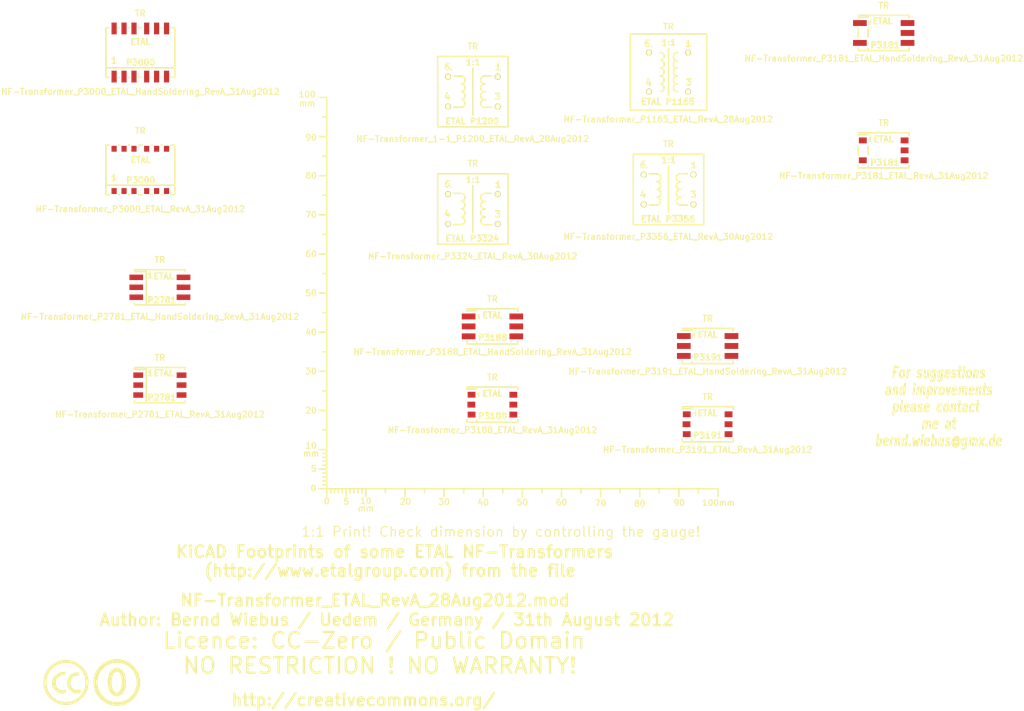
<source format=kicad_pcb>
(kicad_pcb (version 3) (host pcbnew "(2013-03-30 BZR 4007)-stable")
  (layers (15 Vorderseite signal) (0 Rückseite signal) (18 B.Paste user) (19 F.Paste user) (20 B.SilkS user) (21 F.SilkS user) (22 B.Mask user) (23 F.Mask user) (28 Edge.Cuts user))
  (net 0 "")
  (module Gauge_100mm_Type2_SilkScreenTop_RevA_Date22Jun2010 (layer Vorderseite) (at 102.6414 141.48054)
    (fp_text reference MSC hide)
    (fp_text value Gauge_100mm_Type2_SilkScreenTop_RevA_Date22Jun2010 hide)
    (fp_text user mm (at 9.99998 5.00126) (layer F.SilkS) (effects (font (size 1.524 1.524) (thickness 0.3048))))
    (fp_text user mm (at -4.0005 -8.99922) (layer F.SilkS) (effects (font (size 1.524 1.524) (thickness 0.3048))))
    (fp_text user mm (at -5.00126 -98.5012) (layer F.SilkS) (effects (font (size 1.524 1.524) (thickness 0.3048))))
    (fp_text user 10 (at 10.00506 3.0988) (layer F.SilkS) (effects (font (size 1.50114 1.50114) (thickness 0.29972))))
    (fp_text user 0 (at 0.00508 3.19786) (layer F.SilkS) (effects (font (size 1.39954 1.50114) (thickness 0.29972))))
    (fp_text user 5 (at 5.0038 3.29946) (layer F.SilkS) (effects (font (size 1.50114 1.50114) (thickness 0.29972))))
    (fp_text user 20 (at 20.1041 3.29946) (layer F.SilkS) (effects (font (size 1.50114 1.50114) (thickness 0.29972))))
    (fp_text user 30 (at 30.00502 3.39852) (layer F.SilkS) (effects (font (size 1.50114 1.50114) (thickness 0.29972))))
    (fp_text user 40 (at 40.005 3.50012) (layer F.SilkS) (effects (font (size 1.50114 1.50114) (thickness 0.29972))))
    (fp_text user 50 (at 50.00498 3.50012) (layer F.SilkS) (effects (font (size 1.50114 1.50114) (thickness 0.29972))))
    (fp_text user 60 (at 60.00496 3.50012) (layer F.SilkS) (effects (font (size 1.50114 1.50114) (thickness 0.29972))))
    (fp_text user 70 (at 70.00494 3.70078) (layer F.SilkS) (effects (font (size 1.50114 1.50114) (thickness 0.29972))))
    (fp_text user 80 (at 80.00492 3.79984) (layer F.SilkS) (effects (font (size 1.50114 1.50114) (thickness 0.29972))))
    (fp_text user 90 (at 90.1065 3.60172) (layer F.SilkS) (effects (font (size 1.50114 1.50114) (thickness 0.29972))))
    (fp_text user 100mm (at 100.10648 3.60172) (layer F.SilkS) (effects (font (size 1.50114 1.50114) (thickness 0.29972))))
    (fp_text user 100 (at -4.99872 -100.7491) (layer F.SilkS) (effects (font (size 1.50114 1.50114) (thickness 0.29972))))
    (fp_text user 90 (at -4.0005 -89.7509) (layer F.SilkS) (effects (font (size 1.50114 1.50114) (thickness 0.29972))))
    (fp_text user 80 (at -4.0005 -79.99984) (layer F.SilkS) (effects (font (size 1.50114 1.50114) (thickness 0.29972))))
    (fp_text user 70 (at -4.0005 -69.99986) (layer F.SilkS) (effects (font (size 1.50114 1.50114) (thickness 0.29972))))
    (fp_text user 60 (at -4.0005 -59.99988) (layer F.SilkS) (effects (font (size 1.50114 1.50114) (thickness 0.29972))))
    (fp_text user 50 (at -4.0005 -49.9999) (layer F.SilkS) (effects (font (size 1.50114 1.50114) (thickness 0.34036))))
    (fp_text user 40 (at -4.0005 -39.99992) (layer F.SilkS) (effects (font (size 1.50114 1.50114) (thickness 0.29972))))
    (fp_text user 30 (at -4.0005 -29.99994) (layer F.SilkS) (effects (font (size 1.50114 1.50114) (thickness 0.29972))))
    (fp_text user 20 (at -4.0005 -19.99996) (layer F.SilkS) (effects (font (size 1.50114 1.50114) (thickness 0.29972))))
    (fp_text user 5 (at -3.302 -5.10286) (layer F.SilkS) (effects (font (size 1.50114 1.50114) (thickness 0.29972))))
    (fp_text user 0 (at -3.4036 -0.10414) (layer F.SilkS) (effects (font (size 1.50114 1.50114) (thickness 0.29972))))
    (fp_text user 10 (at -4.0005 -11.00074) (layer F.SilkS) (effects (font (size 1.50114 1.50114) (thickness 0.29972))))
  )
  (module NF-Transformer_1-1_P1200_ETAL_RevA_28Aug2012 (layer Vorderseite) (at 139.99972 39.99992)
    (fp_text reference TR (at -0.01016 -11.6205) (layer F.SilkS) (effects (font (size 1.524 1.524) (thickness 0.3048))))
    (fp_text value NF-Transformer_1-1_P1200_ETAL_RevA_28Aug2012 (at -0.07112 12.05992) (layer F.SilkS) (effects (font (size 1.524 1.524) (thickness 0.3048))))
    (pad 6 thru_hole circle (at -6.35 -3.81) (size 1.524 1.524) (drill 0.8128) (layers *.Cu *.Mask F.SilkS))
    (pad 4 thru_hole circle (at -6.35 3.81) (size 1.524 1.524) (drill 0.8128) (layers *.Cu *.Mask F.SilkS))
    (pad 1 thru_hole circle (at 6.35 -3.81) (size 1.524 1.524) (drill 0.8128) (layers *.Cu *.Mask F.SilkS))
    (pad 3 thru_hole circle (at 6.35 3.81) (size 1.524 1.524) (drill 0.8128) (layers *.Cu *.Mask F.SilkS))
  )
  (module NF-Transformer_P1165_ETAL_RevA_28Aug2012 (layer Vorderseite) (at 189.99962 35.0012)
    (fp_text reference TR (at -0.01016 -11.6205) (layer F.SilkS) (effects (font (size 1.524 1.524) (thickness 0.3048))))
    (fp_text value NF-Transformer_P1165_ETAL_RevA_28Aug2012 (at -0.07112 12.05992) (layer F.SilkS) (effects (font (size 1.524 1.524) (thickness 0.3048))))
    (pad 6 thru_hole circle (at -5.00126 -5.00126) (size 1.524 1.524) (drill 0.8128) (layers *.Cu *.Mask F.SilkS))
    (pad 4 thru_hole circle (at -5.00126 5.00126) (size 1.524 1.524) (drill 0.8128) (layers *.Cu *.Mask F.SilkS))
    (pad 1 thru_hole circle (at 5.00126 -5.00126) (size 1.524 1.524) (drill 0.8128) (layers *.Cu *.Mask F.SilkS))
    (pad 3 thru_hole circle (at 5.00126 5.00126) (size 1.524 1.524) (drill 0.8128) (layers *.Cu *.Mask F.SilkS))
  )
  (module NF-Transformer_P3324_ETAL_RevA_30Aug2012 (layer Vorderseite) (at 139.99972 69.99986)
    (fp_text reference TR (at -0.01016 -11.6205) (layer F.SilkS) (effects (font (size 1.524 1.524) (thickness 0.3048))))
    (fp_text value NF-Transformer_P3324_ETAL_RevA_30Aug2012 (at -0.07112 12.05992) (layer F.SilkS) (effects (font (size 1.524 1.524) (thickness 0.3048))))
    (pad 6 thru_hole circle (at -6.35 -3.81) (size 1.524 1.524) (drill 0.8128) (layers *.Cu *.Mask F.SilkS))
    (pad 4 thru_hole circle (at -6.35 3.81) (size 1.524 1.524) (drill 0.8128) (layers *.Cu *.Mask F.SilkS))
    (pad 1 thru_hole circle (at 6.35 -3.81) (size 1.524 1.524) (drill 0.8128) (layers *.Cu *.Mask F.SilkS))
    (pad 3 thru_hole circle (at 6.35 3.81) (size 1.524 1.524) (drill 0.8128) (layers *.Cu *.Mask F.SilkS))
  )
  (module NF-Transformer_P3356_ETAL_RevA_30Aug2012 (layer Vorderseite) (at 189.99962 65.00114)
    (fp_text reference TR (at -0.01016 -11.6205) (layer F.SilkS) (effects (font (size 1.524 1.524) (thickness 0.3048))))
    (fp_text value NF-Transformer_P3356_ETAL_RevA_30Aug2012 (at -0.07112 12.05992) (layer F.SilkS) (effects (font (size 1.524 1.524) (thickness 0.3048))))
    (pad 6 thru_hole circle (at -6.35 -3.81) (size 1.524 1.524) (drill 0.8128) (layers *.Cu *.Mask F.SilkS))
    (pad 4 thru_hole circle (at -6.35 3.81) (size 1.524 1.524) (drill 0.8128) (layers *.Cu *.Mask F.SilkS))
    (pad 1 thru_hole circle (at 6.35 -3.81) (size 1.524 1.524) (drill 0.8128) (layers *.Cu *.Mask F.SilkS))
    (pad 3 thru_hole circle (at 6.35 3.81) (size 1.524 1.524) (drill 0.8128) (layers *.Cu *.Mask F.SilkS))
  )
  (module NF-Transformer_P2781_ETAL_HandSoldering_RevA_31Aug2012 (layer Vorderseite) (at 59.99988 89.99982)
    (fp_text reference TR (at 0 -7.00024) (layer F.SilkS) (effects (font (size 1.524 1.524) (thickness 0.3048))))
    (fp_text value NF-Transformer_P2781_ETAL_HandSoldering_RevA_31Aug2012 (at 0 7.50062) (layer F.SilkS) (effects (font (size 1.524 1.524) (thickness 0.3048))))
    (pad 1 smd rect (at -6.04012 -2.54) (size 3.50012 1.39954) (layers Vorderseite F.Paste F.Mask))
    (pad 2 smd rect (at -6.04012 0) (size 3.50012 1.39954) (layers Vorderseite F.Paste F.Mask))
    (pad 3 smd rect (at -6.04012 2.54) (size 3.50012 1.39954) (layers Vorderseite F.Paste F.Mask))
    (pad 4 smd rect (at 6.04012 2.54) (size 3.50012 1.39954) (layers Vorderseite F.Paste F.Mask))
    (pad 5 smd rect (at 6.04012 0) (size 3.50012 1.39954) (layers Vorderseite F.Paste F.Mask))
    (pad 6 smd rect (at 6.04012 -2.54) (size 3.50012 1.39954) (layers Vorderseite F.Paste F.Mask))
  )
  (module NF-Transformer_P2781_ETAL_RevA_31Aug2012 (layer Vorderseite) (at 59.99988 115.00104)
    (fp_text reference TR (at 0 -7.00024) (layer F.SilkS) (effects (font (size 1.524 1.524) (thickness 0.3048))))
    (fp_text value NF-Transformer_P2781_ETAL_RevA_31Aug2012 (at 0 7.50062) (layer F.SilkS) (effects (font (size 1.524 1.524) (thickness 0.3048))))
    (pad 1 smd rect (at -5.53974 -2.54) (size 2.49936 1.39954) (layers Vorderseite F.Paste F.Mask))
    (pad 2 smd rect (at -5.53974 0) (size 2.49936 1.39954) (layers Vorderseite F.Paste F.Mask))
    (pad 3 smd rect (at -5.53974 2.54) (size 2.49936 1.39954) (layers Vorderseite F.Paste F.Mask))
    (pad 4 smd rect (at 5.53974 2.54) (size 2.49936 1.39954) (layers Vorderseite F.Paste F.Mask))
    (pad 5 smd rect (at 5.53974 0) (size 2.5019 1.39954) (layers Vorderseite F.Paste F.Mask))
    (pad 6 smd rect (at 5.53974 -2.54) (size 2.49936 1.39954) (layers Vorderseite F.Paste F.Mask))
  )
  (module NF-Transformer_P3181_ETAL_HandSoldering_RevA_31Aug2012 (layer Vorderseite) (at 245.00078 25.00122)
    (fp_text reference TR (at 0 -7.00024) (layer F.SilkS) (effects (font (size 1.524 1.524) (thickness 0.3048))))
    (fp_text value NF-Transformer_P3181_ETAL_HandSoldering_RevA_31Aug2012 (at 0 6.49986) (layer F.SilkS) (effects (font (size 1.524 1.524) (thickness 0.3048))))
    (pad 1 smd rect (at -6.08838 -2.54) (size 3.50012 1.50114) (layers Vorderseite F.Paste F.Mask))
    (pad 2 smd rect (at -6.08838 2.54) (size 3.50012 1.50114) (layers Vorderseite F.Paste F.Mask))
    (pad 3 smd rect (at 6.08838 2.54) (size 3.50012 1.50114) (layers Vorderseite F.Paste F.Mask))
    (pad 4 smd rect (at 6.08838 0) (size 3.50012 1.50114) (layers Vorderseite F.Paste F.Mask))
    (pad 5 smd rect (at 6.08838 -2.54) (size 3.50012 1.50114) (layers Vorderseite F.Paste F.Mask))
  )
  (module NF-Transformer_P3181_ETAL_RevA_31Aug2012 (layer Vorderseite) (at 245.00078 55.00116)
    (fp_text reference TR (at 0 -7.00024) (layer F.SilkS) (effects (font (size 1.524 1.524) (thickness 0.3048))))
    (fp_text value NF-Transformer_P3181_ETAL_RevA_31Aug2012 (at 0 6.49986) (layer F.SilkS) (effects (font (size 1.524 1.524) (thickness 0.3048))))
    (pad 1 smd rect (at -5.33908 -2.54) (size 1.99898 1.50114) (layers Vorderseite F.Paste F.Mask))
    (pad 2 smd rect (at -5.33908 2.54) (size 1.99898 1.50114) (layers Vorderseite F.Paste F.Mask))
    (pad 3 smd rect (at 5.33908 2.54) (size 1.99898 1.50114) (layers Vorderseite F.Paste F.Mask))
    (pad 4 smd rect (at 5.33908 0) (size 1.99898 1.50114) (layers Vorderseite F.Paste F.Mask))
    (pad 5 smd rect (at 5.33908 -2.54) (size 1.99898 1.50114) (layers Vorderseite F.Paste F.Mask))
  )
  (module NF-Transformer_P3188_ETAL_HandSoldering_RevA_31Aug2012 (layer Vorderseite) (at 145.00098 99.9998)
    (fp_text reference TR (at 0 -7.00024) (layer F.SilkS) (effects (font (size 1.524 1.524) (thickness 0.3048))))
    (fp_text value NF-Transformer_P3188_ETAL_HandSoldering_RevA_31Aug2012 (at 0 6.49986) (layer F.SilkS) (effects (font (size 1.524 1.524) (thickness 0.3048))))
    (pad 1 smd rect (at -6.08838 -2.54) (size 3.50012 1.50114) (layers Vorderseite F.Paste F.Mask))
    (pad 2 smd rect (at -6.08838 2.54) (size 3.50012 1.50114) (layers Vorderseite F.Paste F.Mask))
    (pad 3 smd rect (at 6.08838 2.54) (size 3.50012 1.50114) (layers Vorderseite F.Paste F.Mask))
    (pad 4 smd rect (at 6.08838 0) (size 3.50012 1.50114) (layers Vorderseite F.Paste F.Mask))
    (pad 5 smd rect (at 6.08838 -2.54) (size 3.50012 1.50114) (layers Vorderseite F.Paste F.Mask))
    (pad 2 smd rect (at -6.08838 0) (size 3.50012 1.50114) (layers Vorderseite F.Paste F.Mask))
  )
  (module NF-Transformer_P3188_ETAL_RevA_31Aug2012 (layer Vorderseite) (at 145.00098 119.99976)
    (fp_text reference TR (at 0 -7.00024) (layer F.SilkS) (effects (font (size 1.524 1.524) (thickness 0.3048))))
    (fp_text value NF-Transformer_P3188_ETAL_RevA_31Aug2012 (at 0 6.49986) (layer F.SilkS) (effects (font (size 1.524 1.524) (thickness 0.3048))))
    (pad 1 smd rect (at -5.33908 -2.54) (size 1.99898 1.50114) (layers Vorderseite F.Paste F.Mask))
    (pad 2 smd rect (at -5.33908 2.54) (size 1.99898 1.50114) (layers Vorderseite F.Paste F.Mask))
    (pad 3 smd rect (at 5.33908 2.54) (size 1.99898 1.50114) (layers Vorderseite F.Paste F.Mask))
    (pad 4 smd rect (at 5.33908 0) (size 1.99898 1.50114) (layers Vorderseite F.Paste F.Mask))
    (pad 5 smd rect (at 5.33908 -2.54) (size 1.99898 1.50114) (layers Vorderseite F.Paste F.Mask))
    (pad 2 smd rect (at -5.40004 0) (size 1.99898 1.50114) (layers Vorderseite F.Paste F.Mask))
  )
  (module NF-Transformer_P3191_ETAL_HandSoldering_RevA_31Aug2012 (layer Vorderseite) (at 199.9996 105.00106)
    (fp_text reference TR (at 0 -7.00024) (layer F.SilkS) (effects (font (size 1.524 1.524) (thickness 0.3048))))
    (fp_text value NF-Transformer_P3191_ETAL_HandSoldering_RevA_31Aug2012 (at 0 6.49986) (layer F.SilkS) (effects (font (size 1.524 1.524) (thickness 0.3048))))
    (pad 1 smd rect (at -6.08838 -2.54) (size 3.50012 1.50114) (layers Vorderseite F.Paste F.Mask))
    (pad 2 smd rect (at -6.08838 2.54) (size 3.50012 1.50114) (layers Vorderseite F.Paste F.Mask))
    (pad 3 smd rect (at 6.08838 2.54) (size 3.50012 1.50114) (layers Vorderseite F.Paste F.Mask))
    (pad 4 smd rect (at 6.08838 0) (size 3.50012 1.50114) (layers Vorderseite F.Paste F.Mask))
    (pad 5 smd rect (at 6.08838 -2.54) (size 3.50012 1.50114) (layers Vorderseite F.Paste F.Mask))
    (pad 2 smd rect (at -6.08838 0) (size 3.50012 1.50114) (layers Vorderseite F.Paste F.Mask))
  )
  (module NF-Transformer_P3191_ETAL_RevA_31Aug2012 (layer Vorderseite) (at 199.9996 125.00102)
    (fp_text reference TR (at 0 -7.00024) (layer F.SilkS) (effects (font (size 1.524 1.524) (thickness 0.3048))))
    (fp_text value NF-Transformer_P3191_ETAL_RevA_31Aug2012 (at 0 6.49986) (layer F.SilkS) (effects (font (size 1.524 1.524) (thickness 0.3048))))
    (pad 1 smd rect (at -5.33908 -2.54) (size 1.99898 1.50114) (layers Vorderseite F.Paste F.Mask))
    (pad 2 smd rect (at -5.33908 2.54) (size 1.99898 1.50114) (layers Vorderseite F.Paste F.Mask))
    (pad 3 smd rect (at 5.33908 2.54) (size 1.99898 1.50114) (layers Vorderseite F.Paste F.Mask))
    (pad 4 smd rect (at 5.33908 0) (size 1.99898 1.50114) (layers Vorderseite F.Paste F.Mask))
    (pad 5 smd rect (at 5.33908 -2.54) (size 1.99898 1.50114) (layers Vorderseite F.Paste F.Mask))
    (pad 2 smd rect (at -5.40004 0) (size 1.99898 1.50114) (layers Vorderseite F.Paste F.Mask))
  )
  (module NF-Transformer_P3000_ETAL_HandSoldering_RevA_31Aug2012 (layer Vorderseite) (at 55.00116 29.99994)
    (fp_text reference TR (at 0 -9.99998) (layer F.SilkS) (effects (font (size 1.524 1.524) (thickness 0.3048))))
    (fp_text value NF-Transformer_P3000_ETAL_HandSoldering_RevA_31Aug2012 (at 0 9.99998) (layer F.SilkS) (effects (font (size 1.524 1.524) (thickness 0.3048))))
    (pad 3 smd rect (at -1.62052 6.14934) (size 1.3208 2.99974) (layers Vorderseite F.Paste F.Mask))
    (pad 2 smd rect (at -4.16052 6.14934) (size 1.3208 2.99974) (layers Vorderseite F.Paste F.Mask))
    (pad 1 smd rect (at -6.70052 6.14934) (size 1.3208 2.99974) (layers Vorderseite F.Paste F.Mask))
    (pad 4 smd rect (at 1.62052 6.14934) (size 1.3208 2.99974) (layers Vorderseite F.Paste F.Mask))
    (pad 5 smd rect (at 4.16052 6.14934) (size 1.3208 2.99974) (layers Vorderseite F.Paste F.Mask))
    (pad 6 smd rect (at 6.70052 6.14934) (size 1.3208 2.99974) (layers Vorderseite F.Paste F.Mask))
    (pad 7 smd rect (at 6.70052 -6.14934) (size 1.3208 2.99974) (layers Vorderseite F.Paste F.Mask))
    (pad 8 smd rect (at 4.16052 -6.14934) (size 1.3208 2.99974) (layers Vorderseite F.Paste F.Mask))
    (pad 9 smd rect (at 1.62052 -6.14934) (size 1.3208 2.99974) (layers Vorderseite F.Paste F.Mask))
    (pad 10 smd rect (at -1.62052 -6.14934) (size 1.3208 2.99974) (layers Vorderseite F.Paste F.Mask))
    (pad 11 smd rect (at -4.16052 -6.14934) (size 1.3208 2.99974) (layers Vorderseite F.Paste F.Mask))
    (pad 12 smd rect (at -6.70052 -6.14934) (size 1.3208 2.99974) (layers Vorderseite F.Paste F.Mask))
  )
  (module NF-Transformer_P3000_ETAL_RevA_31Aug2012 (layer Vorderseite) (at 55.00116 59.99988)
    (fp_text reference TR (at 0 -9.99998) (layer F.SilkS) (effects (font (size 1.524 1.524) (thickness 0.3048))))
    (fp_text value NF-Transformer_P3000_ETAL_RevA_31Aug2012 (at 0 9.99998) (layer F.SilkS) (effects (font (size 1.524 1.524) (thickness 0.3048))))
    (pad 3 smd rect (at -1.62052 5.40004) (size 1.3208 1.50114) (layers Vorderseite F.Paste F.Mask))
    (pad 2 smd rect (at -4.16052 5.40004) (size 1.3208 1.50114) (layers Vorderseite F.Paste F.Mask))
    (pad 1 smd rect (at -6.70052 5.40004) (size 1.3208 1.50114) (layers Vorderseite F.Paste F.Mask))
    (pad 4 smd rect (at 1.62052 5.40004) (size 1.3208 1.50114) (layers Vorderseite F.Paste F.Mask))
    (pad 5 smd rect (at 4.16052 5.40004) (size 1.3208 1.50114) (layers Vorderseite F.Paste F.Mask))
    (pad 6 smd rect (at 6.70052 5.40004) (size 1.3208 1.50114) (layers Vorderseite F.Paste F.Mask))
    (pad 7 smd rect (at 6.70052 -5.40004) (size 1.3208 1.50114) (layers Vorderseite F.Paste F.Mask))
    (pad 8 smd rect (at 4.16052 -5.40004) (size 1.3208 1.50114) (layers Vorderseite F.Paste F.Mask))
    (pad 9 smd rect (at 1.62052 -5.40004) (size 1.3208 1.50114) (layers Vorderseite F.Paste F.Mask))
    (pad 10 smd rect (at -1.62052 -5.40004) (size 1.3208 1.50114) (layers Vorderseite F.Paste F.Mask))
    (pad 11 smd rect (at -4.16052 -5.40004) (size 1.3208 1.50114) (layers Vorderseite F.Paste F.Mask))
    (pad 12 smd rect (at -6.70052 -5.40004) (size 1.3208 1.50114) (layers Vorderseite F.Paste F.Mask))
  )
  (module Symbol_CC-PublicDomain_SilkScreenTop_Big (layer Vorderseite) (at 49 191)
    (fp_text reference Sym hide)
    (fp_text value Symbol_CC-PublicDomain_SilkScreenTop_Big hide)
  )
  (module Symbol_CreativeCommons_SilkScreenTop_Type2_Big (layer Vorderseite) (at 36 191)
    (fp_text reference Sym hide)
    (fp_text value Symbol_CreativeCommons_Typ2_SilkScreenTop_Big hide)
  )
  (gr_text "For suggestions\nand improvements\nplease contact \nme at\nbernd.wiebus@gmx.de" (at 259 120.5) (layer F.SilkS) (effects (font (size 2.70002 1.99898) (thickness 0.50038) italic)))
  (gr_text "1:1 Print! Check dimension by controlling the gauge!" (at 147.13966 152.48128) (layer F.SilkS) (effects (font (size 2.49936 2.49936) (thickness 0.29972))))
  (gr_text "Author: Bernd Wiebus / Uedem / Germany / 31th August 2012" (at 118 175) (layer F.SilkS) (effects (font (size 2.99974 2.99974) (thickness 0.59944))))
  (gr_text NF-Transformer_ETAL_RevA_28Aug2012.mod (at 115.00104 169.99966) (layer F.SilkS) (effects (font (size 2.99974 2.99974) (thickness 0.59944))))
  (gr_text "KiCAD Footprints of some ETAL NF-Transformers\n(http://www.etalgroup.com) from the file " (at 119.99976 159.99968) (layer F.SilkS) (effects (font (size 2.99974 2.99974) (thickness 0.59944))))
  (gr_text http://creativecommons.org/ (at 112 195.5) (layer F.SilkS) (effects (font (size 3 3) (thickness 0.6))))
  (gr_text "Licence: CC-Zero / Public Domain \nNO RESTRICTION ! NO WARRANTY!" (at 116.2501 183.50064) (layer F.SilkS) (effects (font (size 4.0005 4.0005) (thickness 0.59944))))
)
</source>
